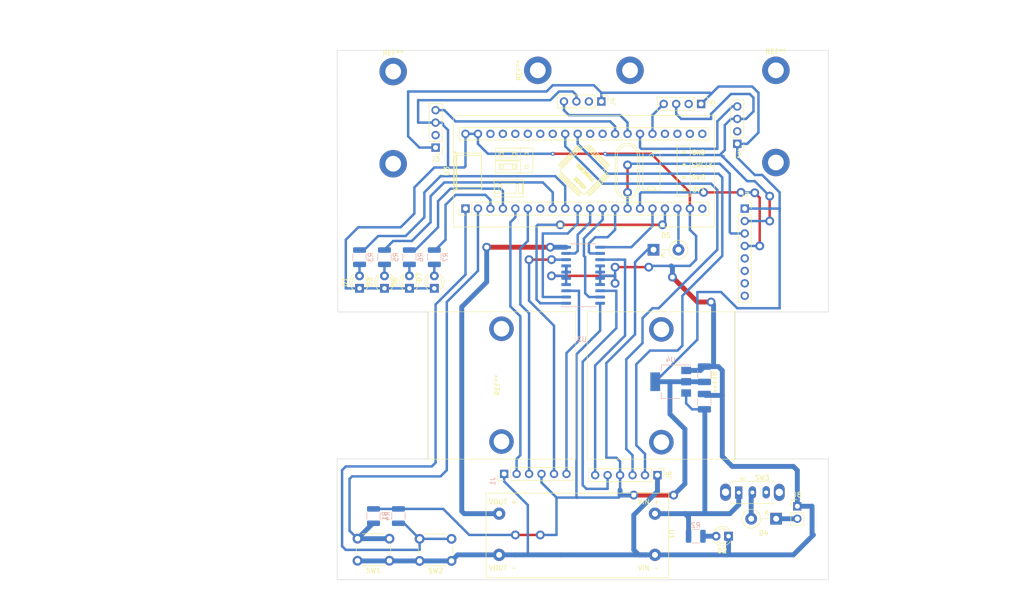
<source format=kicad_pcb>
(kicad_pcb (version 20221018) (generator pcbnew)
  (layers (0 "F.Cu" signal) (31 "B.Cu" signal) (34 "B.Paste" user) (35 "F.Paste" user) (36 "B.SilkS" user "B.Silkscreen") (37 "F.SilkS" user "F.Silkscreen") (38 "B.Mask" user) (39 "F.Mask" user) (44 "Edge.Cuts" user))
  (net 0 "")
  (net 1 "GND")
  (net 2 "Net-(D1-A)")
  (net 3 "Net-(D2-A)")
  (net 4 "Net-(D3-A)")
  (net 5 "Net-(D4-A)")
  (net 6 "Net-(D4-K)")
  (net 7 "/5v")
  (net 8 "Net-(D5-K)")
  (net 9 "Net-(D6-A)")
  (net 10 "Net-(D7-A)")
  (net 11 "/MA1")
  (net 12 "/MA2")
  (net 13 "/AO1")
  (net 14 "/AO2")
  (net 16 "/SHARP_D")
  (net 18 "/SHARP_I")
  (net 20 "/SHARP_C")
  (net 22 "/CNY70")
  (net 23 "/MB1")
  (net 24 "/MB2")
  (net 25 "/BO2")
  (net 26 "/BO1")
  (net 27 "/SCL")
  (net 28 "/SDA")
  (net 33 "/BTN1")
  (net 34 "/VIn")
  (net 35 "/Led2")
  (net 36 "/BTN2")
  (net 37 "/Led")
  (net 38 "/Led3")
  (net 39 "/Led4")
  (net 41 "/Vm")
  (net 42 "/PWM1")
  (net 43 "/INA1")
  (net 44 "/INA2")
  (net 45 "/PWM2")
  (net 46 "/INB1")
  (net 47 "/INB2")
  (net 50 "/RX")
  (net 51 "/TX")
  (footprint "" (layer "F.Cu") (at 36.83 91.186)
    (fp_text reference "")
    (fp_text value "")
  )
  (footprint "LED_THT:LED_D3.0mm" (layer "F.Cu") (at 35.052 116.596 90)
    (fp_text reference "D3")
    (fp_text value "LED")
  )
  (footprint "Connector_PinHeader_2.54mm:PinHeader_1x02_P2.54mm_Vertical" (layer "F.Cu") (at 119.172 161.031)
    (fp_text reference "J8")
    (fp_text value "Conn_01x02_Male")
  )
  (footprint "Connector_PinHeader_2.54mm:PinHeader_1x04_P2.54mm_Vertical" (layer "F.Cu") (at 79.248 78.486 -90)
    (fp_text reference "J4")
    (fp_text value "Conn_01x04_Male")
  )
  (footprint "LED_THT:LED_D3.0mm" (layer "F.Cu") (at 105.156 167.132 180)
    (fp_text reference "D2")
    (fp_text value "LED")
  )
  (footprint "Diode_THT:D_DO-15_P5.08mm_Vertical_KathodeUp" (layer "F.Cu") (at 114.854 163.576 180)
    (fp_text reference "D4")
    (fp_text value "type=\"D\" model=\"DIODE\" lib=\"\"")
  )
  (footprint "" (layer "F.Cu") (at 114.808 90.932)
    (fp_text reference "")
    (fp_text value "")
  )
  (footprint "MountingHole:MountingHole_3.2mm_M3_DIN965_Pad" (layer "F.Cu") (at 36.83 72.39)
    (fp_text reference "REF**")
    (fp_text value "MountingHole_3.2mm_M3_DIN965_Pad")
  )
  (footprint "MountingHole:MountingHole_3.2mm_M3_DIN965_Pad" (layer "F.Cu") (at 114.808 72.136)
    (fp_text reference "REF**")
    (fp_text value "MountingHole_3.2mm_M3_DIN965_Pad")
  )
  (footprint "Connector_PinHeader_2.54mm:PinHeader_1x04_P2.54mm_Vertical" (layer "F.Cu") (at 99.568 78.994 -90)
    (fp_text reference "J5")
    (fp_text value "Conn_01x04_Male")
  )
  (footprint "Button_Switch_THT:SW_Slide_1P2T_CK_OS102011MS2Q" (layer "F.Cu") (at 108.014 158.212)
    (fp_text reference "SW3")
    (fp_text value "SW_DPDT_x2")
  )
  (footprint "Connector_PinHeader_2.54mm:PinHeader_1x06_P2.54mm_Vertical" (layer "F.Cu") (at 90.678 154.686 -90)
    (fp_text reference "J6")
    (fp_text value "Conn_01x06_Female")
  )
  (footprint "propios:MotorHolder" (layer "F.Cu") (at 102.46 136.463 -90)
    (fp_text reference "REF**")
    (fp_text value "MotorHolder")
  )
  (footprint "Connector_PinHeader_2.54mm:PinHeader_1x04_P2.54mm_Vertical" (layer "F.Cu") (at 45.466 87.884 180)
    (fp_text reference "J3")
    (fp_text value "Conn_01x04_Male" hide)
  )
  (footprint "LED_THT:LED_D3.0mm" (layer "F.Cu") (at 40.132 116.591 90)
    (fp_text reference "D6")
    (fp_text value "LED")
  )
  (footprint "propios:MotorHolder" (layer "F.Cu") (at 47.908 136.333 90)
    (fp_text reference "REF**")
    (fp_text value "MotorHolder")
  )
  (footprint "Button_Switch_THT:SW_PUSH_6mm" (layer "F.Cu") (at 36.068 172.14 180)
    (fp_text reference "SW1")
    (fp_text value "SW_Push")
  )
  (footprint "Footprints:YAAJ_BluePill_1" (layer "F.Cu") (at 51.562 100.33 90)
    (fp_text reference "U3")
    (fp_text value "YAAJ_BluePill_Part_Like_SWD_Breakout" hide)
  )
  (footprint "Connector_PinHeader_2.54mm:PinHeader_1x04_P2.54mm_Vertical" (layer "F.Cu") (at 106.934 87.122 180)
    (fp_text reference "J2")
    (fp_text value "Conn_01x04_Male")
  )
  (footprint "LED_THT:LED_D3.0mm" (layer "F.Cu") (at 45.212 116.596 90)
    (fp_text reference "D7")
    (fp_text value "LED")
  )
  (footprint "" (layer "F.Cu") (at 85.09 72.136 90)
    (fp_text reference "")
    (fp_text value "")
  )
  (footprint "Connector_PinSocket_2.54mm:PinSocket_1x08_P2.54mm_Vertical" (layer "F.Cu") (at 108.458 100.33)
    (fp_text reference "J7")
    (fp_text value "Conn_01x08_Female")
  )
  (footprint "MountingHole:MountingHole_3.2mm_M3_DIN965_Pad" (layer "F.Cu") (at 66.294 72.136 90)
    (fp_text reference "REF**")
    (fp_text value "MountingHole_3.2mm_M3_DIN965_Pad")
  )
  (footprint "propios:MT3608" (layer "F.Cu") (at 92.964 166.742 -90)
    (fp_text reference "U1")
    (fp_text value "Mt3608")
  )
  (footprint "Button_Switch_THT:SW_PUSH_6mm" (layer "F.Cu") (at 48.716 172.176 180)
    (fp_text reference "SW2")
    (fp_text value "SW_Push")
  )
  (footprint "Connector_PinHeader_2.54mm:PinHeader_1x06_P2.54mm_Vertical" (layer "F.Cu") (at 59.436 154.432 90)
    (fp_text reference "J1")
    (fp_text value "Conn_01x06_Female")
  )
  (footprint "LED_THT:LED_D3.0mm" (layer "F.Cu") (at 29.972 116.596 90)
    (fp_text reference "D1")
    (fp_text value "LED")
  )
  (footprint "Diode_THT:D_DO-15_P5.08mm_Vertical_KathodeUp" (layer "F.Cu") (at 89.87 108.712)
    (fp_text reference "D5")
    (fp_text value "type=\"D\" model=\"DIODE\" lib=\"\"")
  )
  (footprint "Resistor_SMD:R_1210_3225Metric" (layer "B.Cu") (at 32.818 163.032 90)
    (fp_text reference "R1")
    (fp_text value "R")
  )
  (footprint "Resistor_SMD:R_1210_3225Metric" (layer "B.Cu") (at 35.052 110.241 90)
    (fp_text reference "R5")
    (fp_text value "R")
  )
  (footprint "Package_TO_SOT_SMD:SOT-223-3_TabPin2" (layer "B.Cu") (at 93.37 135.636 180)
    (fp_text reference "U4")
    (fp_text value "AMS1117-5.0")
  )
  (footprint "Resistor_SMD:R_1210_3225Metric" (layer "B.Cu") (at 37.898 163.032 -90)
    (fp_text reference "R4")
    (fp_text value "R")
  )
  (footprint "Resistor_SMD:R_1210_3225Metric" (layer "B.Cu") (at 40.132 110.241 90)
    (fp_text reference "R6")
    (fp_text value "R")
  )
  (footprint "Capacitor_SMD:C_1210_3225Metric_Pad1.33x2.70mm_HandSolder" (layer "B.Cu") (at 100.228 139.7 90)
    (fp_text reference "C1" hide)
    (fp_text value "C_Polarized")
  )
  (footprint "Resistor_SMD:R_1210_3225Metric" (layer "B.Cu") (at 29.972 110.241 90)
    (fp_text reference "R3")
    (fp_text value "R")
  )
  (footprint "Resistor_SMD:R_1210_3225Metric" (layer "B.Cu") (at 45.212 110.241 90)
    (fp_text reference "R7")
    (fp_text value "R")
  )
  (footprint "Resistor_SMD:R_1210_3225Metric" (layer "B.Cu") (at 98.475 167.15 180)
    (fp_text reference "R2")
    (fp_text value "R")
  )
  (footprint "Package_SO:SO-20_5.3x12.6mm_P1.27mm" (layer "B.Cu") (at 75.5315 113.919)
    (fp_text reference "U2")
    (fp_text value "L293")
  )
  (footprint "Capacitor_SMD:C_1210_3225Metric_Pad1.33x2.70mm_HandSolder" (layer "B.Cu") (at 100.228 134.112 90)
    (fp_text reference "C2" hide)
    (fp_text value "C_Polarized")
  )
  (gr_line (start 106.426 151.384) (end 106.426 121.412) (stroke (width 0.1)) (layer "Edge.Cuts"))
  (gr_line (start 106.426 121.412) (end 125.476 121.412) (stroke (width 0.1)) (layer "Edge.Cuts"))
  (gr_line (start 25.4 151.384) (end 43.942 151.384) (stroke (width 0.1)) (layer "Edge.Cuts"))
  (gr_line (start 25.4 68.072) (end 25.4 75.946) (stroke (width 0.1)) (layer "Edge.Cuts"))
  (gr_line (start 125.476 151.384) (end 125.476 176.022) (stroke (width 0.1)) (layer "Edge.Cuts"))
  (gr_line (start 125.476 121.412) (end 125.476 75.946) (stroke (width 0.1)) (layer "Edge.Cuts"))
  (gr_line (start 25.4 151.384) (end 25.4 176.022) (stroke (width 0.1)) (layer "Edge.Cuts"))
  (gr_line (start 106.426 151.384) (end 125.476 151.384) (stroke (width 0.1)) (layer "Edge.Cuts"))
  (gr_line (start 125.476 176.022) (end 25.4 176.022) (stroke (width 0.1)) (layer "Edge.Cuts"))
  (gr_line (start 25.527 121.412) (end 43.942 121.412) (stroke (width 0.1)) (layer "Edge.Cuts"))
  (gr_line (start 43.942 151.384) (end 43.942 121.412) (stroke (width 0.1)) (layer "Edge.Cuts"))
  (gr_line (start 25.4 68.072) (end 125.476 68.072) (stroke (width 0.1)) (layer "Edge.Cuts"))
  (gr_line (start 125.476 75.946) (end 125.476 68.072) (stroke (width 0.1)) (layer "Edge.Cuts"))
  (gr_line (start 25.527 121.412) (end 25.4 75.946) (stroke (width 0.1)) (layer "Edge.Cuts"))
  (segment (start 88.9 112.268) (end 82.042 112.268) (width 0.5) (layer "F.Cu") (net 1))
  (segment (start 97.282 97.028) (end 89.408 89.154) (width 0.5) (layer "F.Cu") (net 1))
  (segment (start 101.6 119.38) (end 98.806 119.38) (width 1) (layer "F.Cu") (net 1))
  (segment (start 113.538 97.79) (end 113.538 102.87) (width 0.5) (layer "F.Cu") (net 1))
  (segment (start 98.806 119.38) (end 93.726 114.3) (width 1) (layer "F.Cu") (net 1))
  (segment (start 97.282 100.33) (end 97.282 97.028) (width 0.5) (layer "F.Cu") (net 1))
  (segment (start 80.01 89.154) (end 69.342 89.154) (width 0.5) (layer "F.Cu") (net 1))
  (segment (start 82.042 114.046) (end 82.042 115.57) (width 0.5) (layer "F.Cu") (net 1))
  (segment (start 69.088 114.046) (end 82.042 114.046) (width 0.5) (layer "F.Cu") (net 1))
  (segment (start 89.408 89.154) (end 80.01 89.154) (width 0.5) (layer "F.Cu") (net 1))
  (via (at 113.538 97.79) (size 1.8) (drill 1) (layers "F.Cu" "B.Cu") (net 1))
  (via (at 80.01 89.154) (size 0.8) (drill 0.4) (layers "F.Cu" "B.Cu") (net 1))
  (via (at 69.088 114.046) (size 1.8) (drill 1) (layers "F.Cu" "B.Cu") (net 1))
  (via (at 82.042 115.57) (size 1.8) (drill 1) (layers "F.Cu" "B.Cu") (net 1))
  (via (at 82.042 112.268) (size 1.8) (drill 1) (layers "F.Cu" "B.Cu") (net 1))
  (via (at 93.726 114.3) (size 1.8) (drill 1) (layers "F.Cu" "B.Cu") (net 1))
  (via (at 101.6 119.38) (size 1.8) (drill 1) (layers "F.Cu" "B.Cu") (net 1))
  (via (at 69.342 89.154) (size 0.8) (drill 0.4) (layers "F.Cu" "B.Cu") (net 1))
  (via (at 113.538 102.87) (size 1.8) (drill 1) (layers "F.Cu" "B.Cu") (net 1))
  (via (at 88.9 112.268) (size 1.8) (drill 1) (layers "F.Cu" "B.Cu") (net 1))
  (segment (start 29.604 172.176) (end 29.568 172.14) (width 1) (layer "B.Cu") (net 1))
  (segment (start 51.562 91.694) (end 51.308 91.948) (width 0.5) (layer "B.Cu") (net 1))
  (segment (start 72.069 115.824) (end 72.069 112.014) (width 0.5) (layer "B.Cu") (net 1))
  (segment (start 45.212 91.948) (end 41.148 96.012) (width 0.5) (layer "B.Cu") (net 1))
  (segment (start 99.4415 133.336) (end 100.228 132.5495) (width 1) (layer "B.Cu") (net 1))
  (segment (start 122.174 161.036) (end 122.174 166.624) (width 1) (layer "B.Cu") (net 1))
  (segment (start 58.42 170.942) (end 49.95 170.942) (width 1) (layer "B.Cu") (net 1))
  (segment (start 70.612 76.454) (end 68.834 78.232) (width 0.5) (layer "B.Cu") (net 1))
  (segment (start 59.436 155.956) (end 64.262 160.782) (width 0.5) (layer "B.Cu") (net 1))
  (segment (start 93.726 112.268) (end 93.472 112.014) (width 1) (layer "B.Cu") (net 1))
  (segment (start 113.538 97.79) (end 110.49 94.742) (width 0.5) (layer "B.Cu") (net 1))
  (segment (start 104.394 83.312) (end 104.394 88.392) (width 0.5) (layer "B.Cu") (net 1))
  (segment (start 88.9 112.268) (end 89.154 112.014) (width 0.5) (layer "B.Cu") (net 1))
  (segment (start 105.664 82.042) (end 104.394 83.312) (width 0.5) (layer "B.Cu") (net 1))
  (segment (start 122.169 161.031) (end 122.174 161.036) (width 1) (layer "B.Cu") (net 1))
  (segment (start 108.458 102.87) (end 113.538 102.87) (width 0.5) (layer "B.Cu") (net 1))
  (segment (start 46.736 82.804) (end 45.466 82.804) (width 0.5) (layer "B.Cu") (net 1))
  (segment (start 102.108 119.888) (end 101.6 119.38) (width 1) (layer "B.Cu") (net 1))
  (segment (start 74.168 77.216) (end 73.406 76.454) (width 0.5) (layer "B.Cu") (net 1))
  (segment (start 72.136 112.081) (end 72.069 112.014) (width 0.5) (layer "B.Cu") (net 1))
  (segment (start 88.392 170.942) (end 90.17 170.942) (width 1) (layer "B.Cu") (net 1))
  (segment (start 110.236 77.724) (end 109.474 76.962) (width 0.5) (layer "B.Cu") (net 1))
  (segment (start 103.886 133.35) (end 103.0855 132.5495) (width 1) (layer "B.Cu") (net 1))
  (segment (start 122.174 166.624) (end 122.428 166.878) (width 1) (layer "B.Cu") (net 1))
  (segment (start 96.52 133.336) (end 99.4415 133.336) (width 1) (layer "B.Cu") (net 1))
  (segment (start 46.99 83.312) (end 46.99 83.058) (width 0.5) (layer "B.Cu") (net 1))
  (segment (start 103.632 89.154) (end 103.632 89.408) (width 0.5) (layer "B.Cu") (net 1))
  (segment (start 48.006 84.328) (end 46.99 83.312) (width 0.5) (layer "B.Cu") (net 1))
  (segment (start 64.262 160.782) (end 64.262 170.942) (width 0.5) (layer "B.Cu") (net 1))
  (segment (start 73.406 76.454) (end 70.612 76.454) (width 0.5) (layer "B.Cu") (net 1))
  (segment (start 72.136 114.046) (end 72.136 112.081) (width 0.5) (layer "B.Cu") (net 1))
  (segment (start 119.172 161.031) (end 122.169 161.031) (width 1) (layer "B.Cu") (net 1))
  (segment (start 108.966 94.742) (end 104.013 89.789) (width 0.5) (layer "B.Cu") (net 1))
  (segment (start 51.562 85.09) (end 51.562 91.694) (width 0.5) (layer "B.Cu") (net 1))
  (segment (start 90.678 157.988) (end 85.852 162.814) (width 1) (layer "B.Cu") (net 1))
  (segment (start 97.282 104.648) (end 97.282 100.33) (width 0.5) (layer "B.Cu") (net 1))
  (segment (start 103.886 150.876) (end 103.886 138.43) (width 1) (layer "B.Cu") (net 1))
  (segment (start 88.392 170.942) (end 71.12 170.942) (width 1) (layer "B.Cu") (net 1))
  (segment (start 48.006 91.948) (end 45.212 91.948) (width 0.5) (layer "B.Cu") (net 1))
  (segment (start 122.428 166.878) (end 118.364 170.942) (width 1) (layer "B.Cu") (net 1))
  (segment (start 106.934 82.042) (end 108.712 82.042) (width 0.5) (layer "B.Cu") (net 1))
  (segment (start 118.364 152.908) (end 105.918 152.908) (width 1) (layer "B.Cu") (net 1))
  (segment (start 82.042 115.57) (end 82.042 112.268) (width 0.5) (layer "B.Cu") (net 1))
  (segment (start 105.664 76.962) (end 101.6 81.026) (width 0.5) (layer "B.Cu") (net 1))
  (segment (start 101.6 82.042) (end 95.504 82.042) (width 0.5) (layer "B.Cu") (net 1))
  (segment (start 105.918 152.908) (end 103.886 150.876) (width 1) (layer "B.Cu") (net 1))
  (segment (start 27.178 106.68) (end 27.178 116.591) (width 0.5) (layer "B.Cu") (net 1))
  (segment (start 56.134 89.154) (end 54.102 87.122) (width 0.5) (layer "B.Cu") (net 1))
  (segment (start 41.91 82.804) (end 45.466 82.804) (width 0.5) (layer "B.Cu") (net 1))
  (segment (start 38.354 104.14) (end 29.718 104.14) (width 0.5) (layer "B.Cu") (net 1))
  (segment (start 102.108 132.5495) (end 102.108 119.888) (width 1) (layer "B.Cu") (net 1))
  (segment (start 78.994 114.046) (end 78.994 115.824) (width 0.5) (layer "B.Cu") (net 1))
  (segment (start 103.632 89.408) (end 80.264 89.408) (width 0.5) (layer "B.Cu") (net 1))
  (segment (start 27.183 116.596) (end 29.972 116.596) (width 0.5) (layer "B.Cu") (net 1))
  (segment (start 103.0855 132.5495) (end 102.108 132.5495) (width 1) (layer "B.Cu") (net 1))
  (segment (start 48.716 172.176) (end 29.604 172.176) (width 1) (layer "B.Cu") (net 1))
  (segment (start 69.088 114.046) (end 72.136 114.046) (width 0.5) (layer "B.Cu") (net 1))
  (segment (start 64.262 170.942) (end 61.722 170.942) (width 0.5) (layer "B.Cu") (net 1))
  (segment (start 93.472 112.014) (end 97.282 112.014) (width 0.5) (layer "B.Cu") (net 1))
  (segment (start 46.99 83.058) (end 46.736 82.804) (width 0.5) (layer "B.Cu") (net 1))
  (segment (start 98.552 105.918) (end 97.282 104.648) (width 0.5) (layer "B.Cu") (net 1))
  (segment (start 90.678 154.686) (end 90.678 157.988) (width 1) (layer "B.Cu") (net 1))
  (segment (start 102.108 132.5495) (end 100.228 132.5495) (width 1) (layer "B.Cu") (net 1))
  (segment (start 106.934 82.042) (end 105.664 82.042) (width 0.5) (layer "B.Cu") (net 1))
  (segment (start 119.172 153.716) (end 118.364 152.908) (width 1) (layer "B.Cu") (net 1))
  (segment (start 110.236 80.518) (end 110.236 77.724) (width 0.5) (layer "B.Cu") (net 1))
  (segment (start 100.4435 137.922) (end 100.228 138.1375) (width 0.5) (layer "B.Cu") (net 1))
  (segment (start 118.364 170.942) (end 104.902 170.942) (width 1) (layer "B.Cu") (net 1))
  (segment (start 41.148 101.346) (end 38.354 104.14) (width 0.5) (layer "B.Cu") (net 1))
  (segment (start 85.852 162.814) (end 85.852 169.926) (width 1) (layer "B.Cu") (net 1))
  (segment (start 78.994 112.014) (end 78.994 114.046) (width 0.5) (layer "B.Cu") (net 1))
  (segment (start 104.14 89.662) (end 104.013 89.789) (width 0.5) (layer "B.Cu") (net 1))
  (segment (start 85.852 169.926) (end 86.868 170.942) (width 1) (layer "B.Cu") (net 1))
  (segment (start 98.552 110.744) (end 98.552 105.918) (width 0.5) (layer "B.Cu") (net 1))
  (segment (start 80.264 89.408) (end 80.01 89.154) (width 0.5) (layer "B.Cu") (net 1))
  (segment (start 48.006 91.948) (end 48.006 84.328) (width 0.5) (layer "B.Cu") (net 1))
  (segment (start 41.148 96.012) (end 41.148 101.346) (width 0.5) (layer "B.Cu") (net 1))
  (segment (start 86.868 170.942) (end 88.392 170.942) (width 1) (layer "B.Cu") (net 1))
  (segment (start 29.718 104.14) (end 27.178 106.68) (width 0.5) (layer "B.Cu") (net 1))
  (segment (start 100.5205 138.43) (end 100.228 138.1375) (width 1) (layer "B.Cu") (net 1))
  (segment (start 108.712 82.042) (end 110.236 80.518) (width 0.5) (layer "B.Cu") (net 1))
  (segment (start 68.834 78.232) (end 41.91 78.232) (width 0.5) (layer "B.Cu") (net 1))
  (segment (start 104.013 89.789) (end 103.632 89.408) (width 0.5) (layer "B.Cu") (net 1))
  (segment (start 105.156 170.688) (end 104.902 170.942) (width 1) (layer "B.Cu") (net 1))
  (segment (start 49.95 170.942) (end 48.716 172.176) (width 1) (layer "B.Cu") (net 1))
  (segment (start 97.282 112.014) (end 98.552 110.744) (width 0.5) (layer "B.Cu") (net 1))
  (segment (start 61.722 170.942) (end 58.42 170.942) (width 1) (layer "B.Cu") (net 1))
  (segment (start 54.102 87.122) (end 54.102 85.09) (width 0.5) (layer "B.Cu") (net 1))
  (segment (start 94.488 81.026) (end 94.488 78.994) (width 0.5) (layer "B.Cu") (net 1))
  (segment (start 69.342 89.154) (end 56.134 89.154) (width 0.5) (layer "B.Cu") (net 1))
  (segment (start 95.504 82.042) (end 94.488 81.026) (width 0.5) (layer "B.Cu") (net 1))
  (segment (start 101.6 81.026) (end 101.6 82.042) (width 0.5) (layer "B.Cu") (net 1))
  (segment (start 41.91 78.232) (end 41.91 82.804) (width 0.5) (layer "B.Cu") (net 1))
  (segment (start 29.972 116.596) (end 45.212 116.596) (width 0.5) (layer "B.Cu") (net 1))
  (segment (start 105.156 167.132) (end 105.156 170.688) (width 1) (layer "B.Cu") (net 1))
  (segment (start 71.12 170.942) (end 61.722 170.942) (width 1) (layer "B.Cu") (net 1))
  (segment (start 119.172 161.031) (end 119.172 153.716) (width 1) (layer "B.Cu") (net 1))
  (segment (start 74.168 78.486) (end 74.168 77.216) (width 0.5) (layer "B.Cu") (net 1))
  (segment (start 82.042 114.046) (end 82.042 115.57) (width 0.5) (layer "B.Cu") (net 1))
  (segment (start 89.154 112.014) (end 93.472 112.014) (width 0.5) (layer "B.Cu") (net 1))
  (segment (start 27.178 116.591) (end 27.183 116.596) (width 0.5) (layer "B.Cu") (net 1))
  (segment (start 110.49 94.742) (end 108.966 94.742) (width 0.5) (layer "B.Cu") (net 1))
  (segment (start 59.436 154.432) (end 59.436 155.956) (width 0.5) (layer "B.Cu") (net 1))
  (segment (start 51.308 91.948) (end 48.006 91.948) (width 0.5) (layer "B.Cu") (net 1))
  (segment (start 104.394 88.392) (end 103.632 89.154) (width 0.5) (layer "B.Cu") (net 1))
  (segment (start 103.886 138.43) (end 100.5205 138.43) (width 1) (layer "B.Cu") (net 1))
  (segment (start 54.102 85.09) (end 51.562 85.09) (width 0.5) (layer "B.Cu") (net 1))
  (segment (start 78.994 114.046) (end 82.042 114.046) (width 0.5) (layer "B.Cu") (net 1))
  (segment (start 109.474 76.962) (end 105.664 76.962) (width 0.5) (layer "B.Cu") (net 1))
  (segment (start 103.886 138.43) (end 103.886 133.35) (width 1) (layer "B.Cu") (net 1))
  (segment (start 93.726 114.3) (end 93.726 112.268) (width 1) (layer "B.Cu") (net 1))
  (segment (start 104.902 170.942) (end 90.17 170.942) (width 1) (layer "B.Cu") (net 1))
  (segment (start 29.972 114.056) (end 29.972 111.7035) (width 0.5) (layer "B.Cu") (net 2))
  (segment (start 99.9555 167.132) (end 99.9375 167.15) (width 1) (layer "B.Cu") (net 3))
  (segment (start 102.616 167.132) (end 99.9555 167.132) (width 1) (layer "B.Cu") (net 3))
  (segment (start 35.052 111.7035) (end 35.052 114.056) (width 0.5) (layer "B.Cu") (net 4))
  (segment (start 114.854 163.576) (end 119.167 163.576) (width 1) (layer "B.Cu") (net 5))
  (segment (start 119.167 163.576) (end 119.172 163.571) (width 1) (layer "B.Cu") (net 5))
  (segment (start 109.774 163.576) (end 109.774 158.452) (width 1) (layer "B.Cu") (net 6))
  (segment (start 109.774 158.452) (end 110.014 158.212) (width 1) (layer "B.Cu") (net 6))
  (segment (start 66.802 166.878) (end 61.722 166.878) (width 0.5) (layer "F.Cu") (net 7))
  (segment (start 93.98 158.75) (end 85.852 158.75) (width 1) (layer "F.Cu") (net 7))
  (via (at 85.852 158.75) (size 1.8) (drill 1) (layers "F.Cu" "B.Cu") (net 7))
  (via (at 66.802 166.878) (size 1.8) (drill 1) (layers "F.Cu" "B.Cu") (net 7))
  (via (at 93.98 158.75) (size 1.8) (drill 1) (layers "F.Cu" "B.Cu") (net 7))
  (via (at 61.722 166.878) (size 1.8) (drill 1) (layers "F.Cu" "B.Cu") (net 7))
  (segment (start 47.0155 161.5695) (end 37.898 161.5695) (width 0.5) (layer "B.Cu") (net 7))
  (segment (start 70.104 166.878) (end 66.802 166.878) (width 0.5) (layer "B.Cu") (net 7))
  (segment (start 82.804 159.258) (end 74.422 159.258) (width 0.5) (layer "B.Cu") (net 7))
  (segment (start 98.806 117.348) (end 98.806 127.05) (width 0.5) (layer "B.Cu") (net 7))
  (segment (start 61.722 166.878) (end 52.324 166.878) (width 0.5) (layer "B.Cu") (net 7))
  (segment (start 74.168 159.258) (end 74.168 130.048) (width 0.5) (layer "B.Cu") (net 7))
  (segment (start 88.646 108.712) (end 89.87 108.712) (width 0.5) (layer "B.Cu") (net 7))
  (segment (start 74.422 159.258) (end 74.168 159.258) (width 0.5) (layer "B.Cu") (net 7))
  (segment (start 79.248 76.708) (end 101.346 76.708) (width 0.5) (layer "B.Cu") (net 7))
  (segment (start 115.57 100.838) (end 115.57 120.65) (width 0.5) (layer "B.Cu") (net 7))
  (segment (start 86.106 125.984) (end 86.106 111.252) (width 0.5) (layer "B.Cu") (net 7))
  (segment (start 83.058 157.734) (end 83.058 159.004) (width 0.5) (layer "B.Cu") (net 7))
  (segment (start 115.57 100.838) (end 115.57 97.028) (width 0.5) (layer "B.Cu") (net 7))
  (segment (start 93.218 135.636) (end 100.1895 135.636) (width 1) (layer "B.Cu") (net 7))
  (segment (start 103.124 75.438) (end 101.6 76.962) (width 0.5) (layer "B.Cu") (net 7))
  (segment (start 86.106 111.252) (end 88.646 108.712) (width 0.5) (layer "B.Cu") (net 7))
  (segment (start 90.22 135.636) (end 93.218 135.636) (width 1) (layer "B.Cu") (net 7))
  (segment (start 79.248 78.486) (end 79.248 76.708) (width 0.5) (layer "B.Cu") (net 7))
  (segment (start 80.264 131.826) (end 86.106 125.984) (width 0.5) (layer "B.Cu") (net 7))
  (segment (start 108.458 100.33) (end 115.57 100.33) (width 0.5) (layer "B.Cu") (net 7))
  (segment (start 68.072 76.454) (end 39.878 76.454) (width 0.5) (layer "B.Cu") (net 7))
  (segment (start 82.296 151.13) (end 80.264 151.13) (width 0.5) (layer "B.Cu") (net 7))
  (segment (start 100.1895 135.636) (end 100.228 135.6745) (width 1) (layer "B.Cu") (net 7))
  (segment (start 101.346 76.708) (end 101.6 76.962) (width 0.5) (layer "B.Cu") (net 7))
  (segment (start 96.266 156.464) (end 96.266 145.288) (width 1) (layer "B.Cu") (net 7))
  (segment (start 96.266 145.288) (end 93.218 142.24) (width 1) (layer "B.Cu") (net 7))
  (segment (start 106.934 87.122) (end 108.966 87.122) (width 0.5) (layer "B.Cu") (net 7))
  (segment (start 42.164 87.884) (end 45.466 87.884) (width 0.5) (layer "B.Cu") (net 7))
  (segment (start 77.724 75.184) (end 69.342 75.184) (width 0.5) (layer "B.Cu") (net 7))
  (segment (start 74.422 159.258) (end 70.104 159.258) (width 0.5) (layer "B.Cu") (net 7))
  (segment (start 111.252 84.836) (end 111.252 76.708) (width 0.5) (layer "B.Cu") (net 7))
  (segment (start 39.878 85.598) (end 42.164 87.884) (width 0.5) (layer "B.Cu") (net 7))
  (segment (start 39.878 76.454) (end 39.878 85.598) (width 0.5) (layer "B.Cu") (net 7))
  (segment (start 111.252 76.708) (end 109.982 75.438) (width 0.5) (layer "B.Cu") (net 7))
  (segment (start 83.058 154.686) (end 83.058 151.892) (width 0.5) (layer "B.Cu") (net 7))
  (segment (start 109.982 75.438) (end 103.124 75.438) (width 0.5) (layer "B.Cu") (net 7))
  (segment (start 98.806 127.05) (end 90.22 135.636) (width 0.5) (layer "B.Cu") (net 7))
  (segment (start 78.994 125.222) (end 77.851 126.365) (width 0.5) (layer "B.Cu") (net 7))
  (segment (start 93.98 158.75) (end 96.266 156.464) (width 1) (layer "B.Cu") (net 7))
  (segment (start 106.934 89.916) (end 106.934 87.122) (width 0.5) (layer "B.Cu") (net 7))
  (segment (start 103.632 117.348) (end 98.806 117.348) (width 0.5) (layer "B.Cu") (net 7))
  (segment (start 85.852 158.75) (end 83.058 158.75) (width 1) (layer "B.Cu") (net 7))
  (segment (start 93.218 142.24) (end 93.218 135.636) (width 1) (layer "B.Cu") (net 7))
  (segment (start 112.014 93.472) (end 110.49 93.472) (width 0.5) (layer "B.Cu") (net 7))
  (segment (start 106.934 120.65) (end 103.632 117.348) (width 0.5) (layer "B.Cu") (net 7))
  (segment (start 115.57 97.028) (end 112.014 93.472) (width 0.5) (layer "B.Cu") (net 7))
  (segment (start 83.058 159.004) (end 82.804 159.258) (width 0.5) (layer "B.Cu") (net 7))
  (segment (start 110.49 93.472) (end 106.934 89.916) (width 0.5) (layer "B.Cu") (net 7))
  (segment (start 52.324 166.878) (end 47.0155 161.5695) (width 0.5) (layer "B.Cu") (net 7))
  (segment (start 69.342 75.184) (end 68.072 76.454) (width 0.5) (layer "B.Cu") (net 7))
  (segment (start 80.264 151.13) (end 80.264 131.826) (width 0.5) (layer "B.Cu") (net 7))
  (segment (start 101.6 76.962) (end 99.568 78.994) (width 0.5) (layer "B.Cu") (net 7))
  (segment (start 37.898 161.5695) (end 32.818 161.5695) (width 0.5) (layer "B.Cu") (net 7))
  (segment (start 83.058 154.686) (end 83.058 157.734) (width 0.5) (layer "B.Cu") (net 7))
  (segment (start 108.966 87.122) (end 111.252 84.836) (width 0.5) (layer "B.Cu") (net 7))
  (segment (start 74.168 130.048) (end 77.851 126.365) (width 0.5) (layer "B.Cu") (net 7))
  (segment (start 115.57 100.33) (end 115.57 100.838) (width 0.5) (layer "B.Cu") (net 7))
  (segment (start 79.248 76.708) (end 77.724 75.184) (width 0.5) (layer "B.Cu") (net 7))
  (segment (start 115.57 120.65) (end 106.934 120.65) (width 0.5) (layer "B.Cu") (net 7))
  (segment (start 70.104 159.258) (end 67.056 156.21) (width 0.5) (layer "B.Cu") (net 7))
  (segment (start 78.994 119.634) (end 78.994 125.222) (width 0.5) (layer "B.Cu") (net 7))
  (segment (start 67.056 156.21) (end 67.056 154.432) (width 0.5) (layer "B.Cu") (net 7))
  (segment (start 83.058 158.75) (end 83.058 157.734) (width 1) (layer "B.Cu") (net 7))
  (segment (start 83.058 151.892) (end 82.296 151.13) (width 0.5) (layer "B.Cu") (net 7))
  (segment (start 70.104 159.258) (end 70.104 166.878) (width 0.5) (layer "B.Cu") (net 7))
  (segment (start 94.95 100.538) (end 94.742 100.33) (width 0.5) (layer "B.Cu") (net 8))
  (segment (start 94.95 108.712) (end 94.95 100.538) (width 0.5) (layer "B.Cu") (net 8))
  (segment (start 40.132 114.051) (end 40.132 111.7035) (width 0.5) (layer "B.Cu") (net 9))
  (segment (start 45.212 114.056) (end 45.212 111.7035) (width 0.5) (layer "B.Cu") (net 10))
  (segment (start 62.738 122.301) (end 60.706 120.269) (width 0.5) (layer "B.Cu") (net 11))
  (segment (start 60.706 103.124) (end 61.722 102.108) (width 0.5) (layer "B.Cu") (net 11))
  (segment (start 62.738 150.622) (end 62.738 122.301) (width 0.5) (layer "B.Cu") (net 11))
  (segment (start 61.976 154.432) (end 61.976 151.384) (width 0.5) (layer "B.Cu") (net 11))
  (segment (start 60.706 120.269) (end 60.706 103.124) (width 0.5) (layer "B.Cu") (net 11))
  (segment (start 61.722 102.108) (end 61.722 100.33) (width 0.5) (layer "B.Cu") (net 11))
  (segment (start 61.976 151.384) (end 62.738 150.622) (width 0.5) (layer "B.Cu") (net 11))
  (segment (start 64.262 100.33) (end 64.262 106.934) (width 0.5) (layer "B.Cu") (net 12))
  (segment (start 62.738 108.458) (end 62.738 119.888) (width 0.5) (layer "B.Cu") (net 12))
  (segment (start 64.516 121.666) (end 64.516 154.432) (width 0.5) (layer "B.Cu") (net 12))
  (segment (start 64.262 106.934) (end 62.738 108.458) (width 0.5) (layer "B.Cu") (net 12))
  (segment (start 62.738 119.888) (end 64.516 121.666) (width 0.5) (layer "B.Cu") (net 12))
  (segment (start 64.516 110.744) (end 69.088 110.744) (width 0.5) (layer "F.Cu") (net 13))
  (via (at 64.516 110.744) (size 1.8) (drill 1) (layers "F.Cu" "B.Cu") (net 13))
  (via (at 69.088 110.744) (size 1.8) (drill 1) (layers "F.Cu" "B.Cu") (net 13))
  (segment (start 69.596 124.206) (end 69.596 154.432) (width 0.5) (layer "B.Cu") (net 13))
  (segment (start 64.516 110.744) (end 64.516 119.126) (width 0.5) (layer "B.Cu") (net 13))
  (segment (start 69.088 110.744) (end 72.069 110.744) (width 0.5) (layer "B.Cu") (net 13))
  (segment (start 64.516 119.126) (end 69.596 124.206) (width 0.5) (layer "B.Cu") (net 13))
  (segment (start 72.136 129.794) (end 72.136 154.432) (width 0.5) (layer "B.Cu") (net 14))
  (segment (start 74.676 117.094) (end 74.676 127.254) (width 0.5) (layer "B.Cu") (net 14))
  (segment (start 74.676 127.254) (end 72.136 129.794) (width 0.5) (layer "B.Cu") (net 14))
  (segment (start 72.069 117.094) (end 74.676 117.094) (width 0.5) (layer "B.Cu") (net 14))
  (segment (start 87.122 87.884) (end 87.122 85.09) (width 0.5) (layer "B.Cu") (net 16))
  (segment (start 105.918 79.502) (end 102.87 82.55) (width 0.5) (layer "B.Cu") (net 16))
  (segment (start 102.87 88.138) (end 87.376 88.138) (width 0.5) (layer "B.Cu") (net 16))
  (segment (start 87.376 88.138) (end 87.122 87.884) (width 0.5) (layer "B.Cu") (net 16))
  (segment (start 102.87 82.55) (end 102.87 88.138) (width 0.5) (layer "B.Cu") (net 16))
  (segment (start 106.934 79.502) (end 105.918 79.502) (width 0.5) (layer "B.Cu") (net 16))
  (segment (start 47.244 80.264) (end 45.466 80.264) (width 0.5) (layer "B.Cu") (net 18))
  (segment (start 82.042 83.566) (end 81.026 82.55) (width 0.5) (layer "B.Cu") (net 18))
  (segment (start 81.026 82.55) (end 49.53 82.55) (width 0.5) (layer "B.Cu") (net 18))
  (segment (start 49.53 82.55) (end 47.244 80.264) (width 0.5) (layer "B.Cu") (net 18))
  (segment (start 82.042 85.09) (end 82.042 83.566) (width 0.5) (layer "B.Cu") (net 18))
  (segment (start 83.058 81.28) (end 72.644 81.28) (width 0.5) (layer "B.Cu") (net 20))
  (segment (start 84.582 82.804) (end 83.058 81.28) (width 0.5) (layer "B.Cu") (net 20))
  (segment (start 71.628 80.264) (end 71.628 78.486) (width 0.5) (layer "B.Cu") (net 20))
  (segment (start 84.582 85.09) (end 84.582 82.804) (width 0.5) (layer "B.Cu") (net 20))
  (segment (start 72.644 81.28) (end 71.628 80.264) (width 0.5) (layer "B.Cu") (net 20))
  (segment (start 89.662 81.28) (end 91.948 78.994) (width 0.5) (layer "B.Cu") (net 22))
  (segment (start 89.662 85.09) (end 89.662 81.28) (width 0.5) (layer "B.Cu") (net 22))
  (segment (start 86.36 132.08) (end 86.36 148.59) (width 0.5) (layer "B.Cu") (net 23))
  (segment (start 89.154 129.286) (end 86.36 132.08) (width 0.5) (layer "B.Cu") (net 23))
  (segment (start 80.518 93.218) (end 103.124 93.218) (width 0.5) (layer "B.Cu") (net 23))
  (segment (start 95.758 128.27) (end 94.742 129.286) (width 0.5) (layer "B.Cu") (net 23))
  (segment (start 74.422 87.122) (end 80.518 93.218) (width 0.5) (layer "B.Cu") (net 23))
  (segment (start 86.36 148.59) (end 88.138 150.368) (width 0.5) (layer "B.Cu") (net 23))
  (segment (start 103.124 93.218) (end 103.886 93.98) (width 0.5) (layer "B.Cu") (net 23))
  (segment (start 74.422 85.09) (end 74.422 87.122) (width 0.5) (layer "B.Cu") (net 23))
  (segment (start 95.758 118.11) (end 95.758 128.27) (width 0.5) (layer "B.Cu") (net 23))
  (segment (start 88.138 150.368) (end 88.138 154.686) (width 0.5) (layer "B.Cu") (net 23))
  (segment (start 94.742 129.286) (end 89.154 129.286) (width 0.5) (layer "B.Cu") (net 23))
  (segment (start 103.886 93.98) (end 103.886 109.982) (width 0.5) (layer "B.Cu") (net 23))
  (segment (start 103.886 109.982) (end 95.758 118.11) (width 0.5) (layer "B.Cu") (net 23))
  (segment (start 89.662 120.65) (end 90.932 120.65) (width 0.5) (layer "B.Cu") (net 24))
  (segment (start 85.598 150.622) (end 84.328 149.352) (width 0.5) (layer "B.Cu") (net 24))
  (segment (start 90.932 120.65) (end 102.87 108.712) (width 0.5) (layer "B.Cu") (net 24))
  (segment (start 84.328 149.352) (end 84.328 131.064) (width 0.5) (layer "B.Cu") (net 24))
  (segment (start 79.502 95.25) (end 71.882 87.63) (width 0.5) (layer "B.Cu") (net 24))
  (segment (start 101.6 95.25) (end 79.502 95.25) (width 0.5) (layer "B.Cu") (net 24))
  (segment (start 87.63 127.762) (end 87.63 122.682) (width 0.5) (layer "B.Cu") (net 24))
  (segment (start 102.87 96.52) (end 101.6 95.25) (width 0.5) (layer "B.Cu") (net 24))
  (segment (start 71.882 87.63) (end 71.882 85.09) (width 0.5) (layer "B.Cu") (net 24))
  (segment (start 87.63 122.682) (end 89.662 120.65) (width 0.5) (layer "B.Cu") (net 24))
  (segment (start 84.328 131.064) (end 87.63 127.762) (width 0.5) (layer "B.Cu") (net 24))
  (segment (start 102.87 108.712) (end 102.87 96.52) (width 0.5) (layer "B.Cu") (net 24))
  (segment (start 85.598 154.686) (end 85.598 150.622) (width 0.5) (layer "B.Cu") (net 24))
  (segment (start 82.296 117.094) (end 78.994 117.094) (width 0.5) (layer "B.Cu") (net 25))
  (segment (start 82.296 124.714) (end 81.534 125.476) (width 0.5) (layer "B.Cu") (net 25))
  (segment (start 82.296 117.094) (end 82.296 124.714) (width 0.5) (layer "B.Cu") (net 25))
  (segment (start 80.518 157.48) (end 76.2 157.48) (width 0.5) (layer "B.Cu") (net 25))
  (segment (start 80.518 154.686) (end 80.518 157.48) (width 0.5) (layer "B.Cu") (net 25))
  (segment (start 75.438 156.718) (end 75.438 131.572) (width 0.5) (layer "B.Cu") (net 25))
  (segment (start 76.2 157.48) (end 75.438 156.718) (width 0.5) (layer "B.Cu") (net 25))
  (segment (start 75.438 131.572) (end 81.534 125.476) (width 0.5) (layer "B.Cu") (net 25))
  (segment (start 82.804 110.744) (end 82.55 110.744) (width 0.5) (layer "B.Cu") (net 26))
  (segment (start 84.074 126.238) (end 84.074 110.744) (width 0.5) (layer "B.Cu") (net 26))
  (segment (start 77.978 154.686) (end 77.978 132.334) (width 0.5) (layer "B.Cu") (net 26))
  (segment (start 84.074 110.744) (end 82.55 110.744) (width 0.5) (layer "B.Cu") (net 26))
  (segment (start 82.55 110.744) (end 78.994 110.744) (width 0.5) (layer "B.Cu") (net 26))
  (segment (start 77.978 132.334) (end 84.074 126.238) (width 0.5) (layer "B.Cu") (net 26))
  (segment (start 84.582 91.44) (end 84.582 97.028) (width 0.5) (layer "F.Cu") (net 27))
  (via (at 84.582 97.028) (size 1.8) (drill 1) (layers "F.Cu" "B.Cu") (net 27))
  (via (at 84.582 91.44) (size 1.8) (drill 1) (layers "F.Cu" "B.Cu") (net 27))
  (segment (start 105.664 105.41) (end 105.41 105.156) (width 0.5) (layer "B.Cu") (net 27))
  (segment (start 84.582 97.028) (end 84.582 100.33) (width 0.5) (layer "B.Cu") (net 27))
  (segment (start 108.458 105.41) (end 105.664 105.41) (width 0.5) (layer "B.Cu") (net 27))
  (segment (start 84.836 91.186) (end 84.582 91.44) (width 0.5) (layer "B.Cu") (net 27))
  (segment (start 105.41 93.218) (end 103.378 91.186) (width 0.5) (layer "B.Cu") (net 27))
  (segment (start 105.41 105.156) (end 105.41 93.218) (width 0.5) (layer "B.Cu") (net 27))
  (segment (start 103.378 91.186) (end 84.836 91.186) (width 0.5) (layer "B.Cu") (net 27))
  (segment (start 100.076 97.028) (end 107.696 97.028) (width 0.5) (layer "F.Cu") (net 28))
  (segment (start 111.506 98.1235) (end 110.49 97.1075) (width 0.5) (layer "F.Cu") (net 28))
  (segment (start 111.506 107.95) (end 111.506 98.1235) (width 0.5) (layer "F.Cu") (net 28))
  (via (at 100.076 97.028) (size 1.8) (drill 1) (layers "F.Cu" "B.Cu") (net 28))
  (via (at 107.696 97.028) (size 1.8) (drill 1) (layers "F.Cu" "B.Cu") (net 28))
  (via (at 111.506 107.95) (size 1.8) (drill 1) (layers "F.Cu" "B.Cu") (net 28))
  (via (at 110.49 97.1075) (size 1.8) (drill 1) (layers "F.Cu" "B.Cu") (net 28))
  (segment (start 111.506 107.95) (end 108.458 107.95) (width 0.5) (layer "B.Cu") (net 28))
  (segment (start 87.122 97.282) (end 87.376 97.028) (width 0.5) (layer "B.Cu") (net 28))
  (segment (start 110.49 97.1075) (end 110.4105 97.028) (width 0.5) (layer "B.Cu") (net 28))
  (segment (start 87.122 100.33) (end 87.122 97.282) (width 0.5) (layer "B.Cu") (net 28))
  (segment (start 87.376 97.028) (end 100.076 97.028) (width 0.5) (layer "B.Cu") (net 28))
  (segment (start 110.4105 97.028) (end 107.696 97.028) (width 0.5) (layer "B.Cu") (net 28))
  (segment (start 32.818 164.4945) (end 32.7135 164.4945) (width 1) (layer "B.Cu") (net 33))
  (segment (start 27.94 155.448) (end 27.94 166.012) (width 0.5) (layer "B.Cu") (net 33))
  (segment (start 47.752 119.38) (end 47.752 153.67) (width 0.5) (layer "B.Cu") (net 33))
  (segment (start 54.102 100.33) (end 54.102 113.03) (width 0.5) (layer "B.Cu") (net 33))
  (segment (start 54.102 113.03) (end 47.752 119.38) (width 0.5) (layer "B.Cu") (net 33))
  (segment (start 32.7135 164.4945) (end 29.568 167.64) (width 1) (layer "B.Cu") (net 33))
  (segment (start 27.94 166.012) (end 29.568 167.64) (width 0.5) (layer "B.Cu") (net 33))
  (segment (start 28.448 154.94) (end 27.94 155.448) (width 0.5) (layer "B.Cu") (net 33))
  (segment (start 36.068 167.64) (end 29.568 167.64) (width 1) (layer "B.Cu") (net 33))
  (segment (start 46.482 154.94) (end 28.448 154.94) (width 0.5) (layer "B.Cu") (net 33))
  (segment (start 47.752 153.67) (end 46.482 154.94) (width 0.5) (layer "B.Cu") (net 33))
  (segment (start 96.52 137.936) (end 96.52 140.056) (width 0.5) (layer "B.Cu") (net 34))
  (segment (start 96.266 162.542) (end 100.33 162.542) (width 1) (layer "B.Cu") (net 34))
  (segment (start 100.4435 141.478) (end 100.228 141.2625) (width 1) (layer "B.Cu") (net 34))
  (segment (start 100.33 141.3645) (end 100.228 141.2625) (width 1) (layer "B.Cu") (net 34))
  (segment (start 97.0125 163.2885) (end 96.266 162.542) (width 1) (layer "B.Cu") (net 34))
  (segment (start 100.33 162.542) (end 105.428 162.542) (width 1) (layer "B.Cu") (net 34))
  (segment (start 90.17 162.542) (end 96.266 162.542) (width 1) (layer "B.Cu") (net 34))
  (segment (start 96.52 140.056) (end 97.7265 141.2625) (width 0.5) (layer "B.Cu") (net 34))
  (segment (start 105.428 162.542) (end 107.234 160.736) (width 1) (layer "B.Cu") (net 34))
  (segment (start 97.0125 167.15) (end 97.0125 163.2885) (width 1) (layer "B.Cu") (net 34))
  (segment (start 100.33 162.542) (end 100.33 141.3645) (width 1) (layer "B.Cu") (net 34))
  (segment (start 97.7265 141.2625) (end 100.228 141.2625) (width 0.5) (layer "B.Cu") (net 34))
  (segment (start 107.234 160.736) (end 107.234 158.242) (width 1) (layer "B.Cu") (net 34))
  (segment (start 30.9215 108.7785) (end 33.782 105.918) (width 0.5) (layer "B.Cu") (net 35))
  (segment (start 69.85 93.726) (end 71.882 95.758) (width 0.5) (layer "B.Cu") (net 35))
  (segment (start 43.18 97.028) (end 46.482 93.726) (width 0.5) (layer "B.Cu") (net 35))
  (segment (start 43.18 102.108) (end 43.18 97.028) (width 0.5) (layer "B.Cu") (net 35))
  (segment (start 71.882 95.758) (end 71.882 100.33) (width 0.5) (layer "B.Cu") (net 35))
  (segment (start 29.972 108.7785) (end 30.9215 108.7785) (width 0.5) (layer "B.Cu") (net 35))
  (segment (start 46.482 93.726) (end 69.85 93.726) (width 0.5) (layer "B.Cu") (net 35))
  (segment (start 33.782 105.918) (end 39.37 105.918) (width 0.5) (layer "B.Cu") (net 35))
  (segment (start 39.37 105.918) (end 43.18 102.108) (width 0.5) (layer "B.Cu") (net 35))
  (segment (start 39.0345 164.4945) (end 37.898 164.4945) (width 0.5) (layer "B.Cu") (net 36))
  (segment (start 42.216 167.676) (end 39.0345 164.4945) (width 0.5) (layer "B.Cu") (net 36))
  (segment (start 45.466 152.146) (end 45.466 119.888) (width 0.5) (layer "B.Cu") (net 36))
  (segment (start 26.416 153.67) (end 27.178 152.908) (width 0.5) (layer "B.Cu") (net 36))
  (segment (start 42.216 167.676) (end 42.216 169.874) (width 0.5) (layer "B.Cu") (net 36))
  (segment (start 27.178 169.926) (end 26.416 169.164) (width 0.5) (layer "B.Cu") (net 36))
  (segment (start 51.562 113.792) (end 51.562 100.33) (width 0.5) (layer "B.Cu") (net 36))
  (segment (start 42.164 169.926) (end 27.178 169.926) (width 0.5) (layer "B.Cu") (net 36))
  (segment (start 48.716 167.676) (end 42.216 167.676) (width 0.5) (layer "B.Cu") (net 36))
  (segment (start 27.178 152.908) (end 44.704 152.908) (width 0.5) (layer "B.Cu") (net 36))
  (segment (start 44.704 152.908) (end 45.466 152.146) (width 0.5) (layer "B.Cu") (net 36))
  (segment (start 45.466 119.888) (end 51.562 113.792) (width 0.5) (layer "B.Cu") (net 36))
  (segment (start 26.416 169.164) (end 26.416 153.67) (width 0.5) (layer "B.Cu") (net 36))
  (segment (start 42.216 169.874) (end 42.164 169.926) (width 0.5) (layer "B.Cu") (net 36))
  (segment (start 44.45 97.79) (end 47.244 94.996) (width 0.5) (layer "B.Cu") (net 37))
  (segment (start 47.244 94.996) (end 67.31 94.996) (width 0.5) (layer "B.Cu") (net 37))
  (segment (start 35.052 108.7785) (end 35.052 108.712) (width 0.5) (layer "B.Cu") (net 37))
  (segment (start 67.31 94.996) (end 69.342 97.028) (width 0.5) (layer "B.Cu") (net 37))
  (segment (start 44.45 103.124) (end 44.45 97.79) (width 0.5) (layer "B.Cu") (net 37))
  (segment (start 36.83 106.934) (end 40.64 106.934) (width 0.5) (layer "B.Cu") (net 37))
  (segment (start 40.64 106.934) (end 44.45 103.124) (width 0.5) (layer "B.Cu") (net 37))
  (segment (start 35.052 108.712) (end 36.83 106.934) (width 0.5) (layer "B.Cu") (net 37))
  (segment (start 69.342 97.028) (end 69.342 100.33) (width 0.5) (layer "B.Cu") (net 37))
  (segment (start 59.182 100.33) (end 59.182 96.774) (width 0.5) (layer "B.Cu") (net 38))
  (segment (start 40.132 108.7785) (end 41.3355 108.7785) (width 0.5) (layer "B.Cu") (net 38))
  (segment (start 48.514 96.266) (end 58.674 96.266) (width 0.5) (layer "B.Cu") (net 38))
  (segment (start 41.3355 108.7785) (end 45.974 104.14) (width 0.5) (layer "B.Cu") (net 38))
  (segment (start 45.974 104.14) (end 45.974 98.806) (width 0.5) (layer "B.Cu") (net 38))
  (segment (start 58.674 96.266) (end 59.182 96.774) (width 0.5) (layer "B.Cu") (net 38))
  (segment (start 45.974 98.806) (end 48.514 96.266) (width 0.5) (layer "B.Cu") (net 38))
  (segment (start 45.212 108.7785) (end 45.3995 108.7785) (width 0.5) (layer "B.Cu") (net 39))
  (segment (start 55.626 97.536) (end 56.642 98.552) (width 0.5) (layer "B.Cu") (net 39))
  (segment (start 45.3995 108.7785) (end 47.498 106.68) (width 0.5) (layer "B.Cu") (net 39))
  (segment (start 47.498 99.568) (end 49.53 97.536) (width 0.5) (layer "B.Cu") (net 39))
  (segment (start 56.642 98.552) (end 56.642 100.33) (width 0.5) (layer "B.Cu") (net 39))
  (segment (start 49.53 97.536) (end 55.626 97.536) (width 0.5) (layer "B.Cu") (net 39))
  (segment (start 47.498 106.68) (end 47.498 99.568) (width 0.5) (layer "B.Cu") (net 39))
  (segment (start 55.88 108.204) (end 68.834 108.204) (width 1) (layer "F.Cu") (net 41))
  (via (at 55.88 108.204) (size 1.8) (drill 1) (layers "F.Cu" "B.Cu") (net 41))
  (via (at 68.834 108.204) (size 1.8) (drill 1) (layers "F.Cu" "B.Cu") (net 41))
  (segment (start 55.88 108.204) (end 55.88 115.316) (width 1) (layer "B.Cu") (net 41))
  (segment (start 55.88 115.316) (end 50.8 120.396) (width 1) (layer "B.Cu") (net 41))
  (segment (start 50.8 162.052) (end 51.29 162.542) (width 1) (layer "B.Cu") (net 41))
  (segment (start 50.8 120.396) (end 50.8 162.052) (width 1) (layer "B.Cu") (net 41))
  (segment (start 68.834 108.204) (end 72.069 108.204) (width 1) (layer "B.Cu") (net 41))
  (segment (start 51.29 162.542) (end 58.42 162.542) (width 1) (layer "B.Cu") (net 41))
  (segment (start 70.866 103.632) (end 91.694 103.632) (width 0.5) (layer "F.Cu") (net 42))
  (via (at 91.694 103.632) (size 1.8) (drill 1) (layers "F.Cu" "B.Cu") (net 42))
  (via (at 70.866 103.632) (size 1.8) (drill 1) (layers "F.Cu" "B.Cu") (net 42))
  (segment (start 66.04 118.872) (end 66.04 103.886) (width 0.5) (layer "B.Cu") (net 42))
  (segment (start 72.069 119.634) (end 66.802 119.634) (width 0.5) (layer "B.Cu") (net 42))
  (segment (start 66.04 103.886) (end 66.294 103.632) (width 0.5) (layer "B.Cu") (net 42))
  (segment (start 66.802 119.634) (end 66.04 118.872) (width 0.5) (layer "B.Cu") (net 42))
  (segment (start 66.294 103.632) (end 70.866 103.632) (width 0.5) (layer "B.Cu") (net 42))
  (segment (start 92.202 103.124) (end 92.202 100.33) (width 0.5) (layer "B.Cu") (net 42))
  (segment (start 91.694 103.632) (end 92.202 103.124) (width 0.5) (layer "B.Cu") (net 42))
  (segment (start 72.069 118.364) (end 67.31 118.364) (width 0.5) (layer "B.Cu") (net 43))
  (segment (start 67.31 105.41) (end 72.39 105.41) (width 0.5) (layer "B.Cu") (net 43))
  (segment (start 74.422 103.378) (end 74.422 100.33) (width 0.5) (layer "B.Cu") (net 43))
  (segment (start 67.31 118.364) (end 67.31 105.41) (width 0.5) (layer "B.Cu") (net 43))
  (segment (start 72.39 105.41) (end 74.422 103.378) (width 0.5) (layer "B.Cu") (net 43))
  (segment (start 74.422 105.664) (end 76.962 103.124) (width 0.5) (layer "B.Cu") (net 44))
  (segment (start 73.914 109.474) (end 74.422 108.966) (width 0.5) (layer "B.Cu") (net 44))
  (segment (start 74.422 108.966) (end 74.422 105.664) (width 0.5) (layer "B.Cu") (net 44))
  (segment (start 76.962 103.124) (end 76.962 100.33) (width 0.5) (layer "B.Cu") (net 44))
  (segment (start 72.069 109.474) (end 73.914 109.474) (width 0.5) (layer "B.Cu") (net 44))
  (segment (start 85.344 108.204) (end 89.662 103.886) (width 0.5) (layer "B.Cu") (net 45))
  (segment (start 89.662 103.886) (end 89.662 100.33) (width 0.5) (layer "B.Cu") (net 45))
  (segment (start 78.994 108.204) (end 85.344 108.204) (width 0.5) (layer "B.Cu") (net 45))
  (segment (start 77.978 106.172) (end 80.518 106.172) (width 0.5) (layer "B.Cu") (net 46))
  (segment (start 76.708 109.22) (end 76.708 107.442) (width 0.5) (layer "B.Cu") (net 46))
  (segment (start 76.708 107.442) (end 77.978 106.172) (width 0.5) (layer "B.Cu") (net 46))
  (segment (start 76.962 109.474) (end 76.708 109.22) (width 0.5) (layer "B.Cu") (net 46))
  (segment (start 82.042 104.648) (end 82.042 100.33) (width 0.5) (layer "B.Cu") (net 46))
  (segment (start 80.518 106.172) (end 82.042 104.648) (width 0.5) (layer "B.Cu") (net 46))
  (segment (start 78.994 109.474) (end 76.962 109.474) (width 0.5) (layer "B.Cu") (net 46))
  (segment (start 75.692 109.982) (end 75.692 106.426) (width 0.5) (layer "B.Cu") (net 47))
  (segment (start 78.994 118.364) (end 76.708 118.364) (width 0.5) (layer "B.Cu") (net 47))
  (segment (start 76.708 118.364) (end 75.946 117.602) (width 0.5) (layer "B.Cu") (net 47))
  (segment (start 75.946 110.236) (end 75.692 109.982) (width 0.5) (layer "B.Cu") (net 47))
  (segment (start 75.692 106.426) (end 79.502 102.616) (width 0.5) (layer "B.Cu") (net 47))
  (segment (start 79.502 102.616) (end 79.502 100.33) (width 0.5) (layer "B.Cu") (net 47))
  (segment (start 75.946 117.602) (end 75.946 110.236) (width 0.5) (layer "B.Cu") (net 47))
)
</source>
